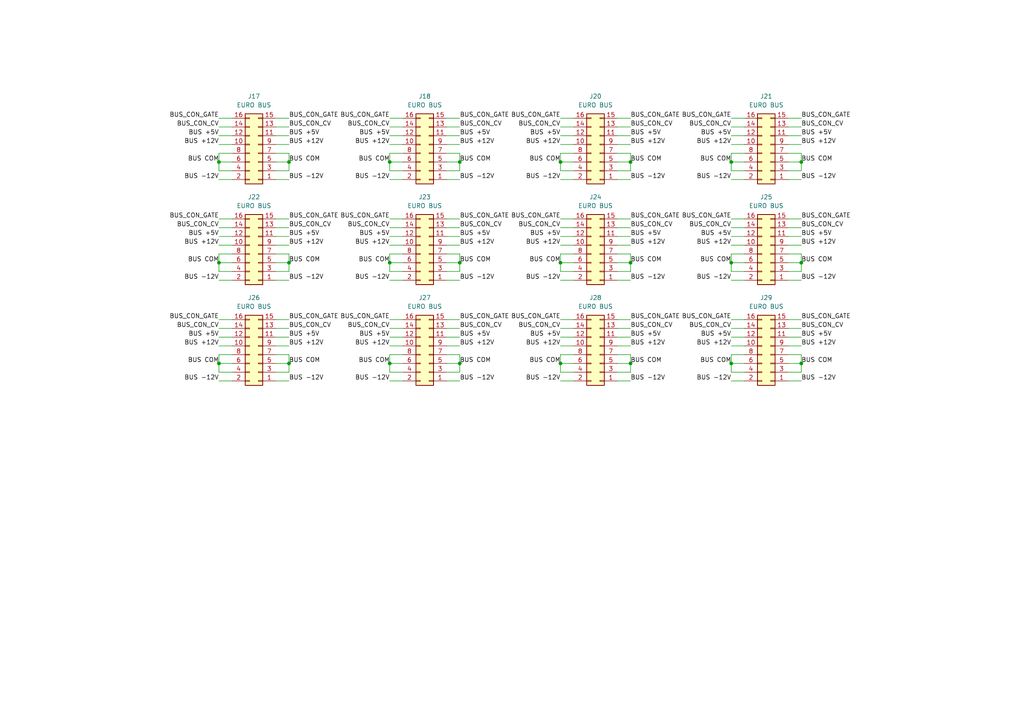
<source format=kicad_sch>
(kicad_sch (version 20231120) (generator "eeschema") (generator_version "8.0")
  (paper "A4")
  (title_block (title "Audio Thing Template") (rev "1.0") (company "velvia-fifty") (comment 1 "https://github.com/velvia-fifty/AudioThings") (comment 2 "You should have changed this already :)") (comment 4 "Stay humble"))
  (lib_symbols
    (symbol "Connector_Generic:Conn_02x08_Odd_Even" (pin_names (offset 1.016) hide)
      (property "Reference" "J" (at 1.27 10.16 0))
      (property "Value" "Conn_02x08_Odd_Even" (at 1.27 -12.7 0))
      (symbol "Conn_02x08_Odd_Even_1_1"
        (rectangle (start -1.27 -10.033) (end 0 -10.287) (stroke (width 0.1524)))
        (rectangle (start -1.27 -7.493) (end 0 -7.747) (stroke (width 0.1524)))
        (rectangle (start -1.27 -4.953) (end 0 -5.207) (stroke (width 0.1524)))
        (rectangle (start -1.27 -2.413) (end 0 -2.667) (stroke (width 0.1524)))
        (rectangle (start -1.27 0.127) (end 0 -0.127) (stroke (width 0.1524)))
        (rectangle (start -1.27 2.667) (end 0 2.413) (stroke (width 0.1524)))
        (rectangle (start -1.27 5.207) (end 0 4.953) (stroke (width 0.1524)))
        (rectangle (start -1.27 7.747) (end 0 7.493) (stroke (width 0.1524)))
        (rectangle (start -1.27 8.89) (end 3.81 -11.43) (stroke (width 0.254)) (fill (type background)))
        (rectangle (start 3.81 -10.033) (end 2.54 -10.287) (stroke (width 0.1524)))
        (rectangle (start 3.81 -7.493) (end 2.54 -7.747) (stroke (width 0.1524)))
        (rectangle (start 3.81 -4.953) (end 2.54 -5.207) (stroke (width 0.1524)))
        (rectangle (start 3.81 -2.413) (end 2.54 -2.667) (stroke (width 0.1524)))
        (rectangle (start 3.81 0.127) (end 2.54 -0.127) (stroke (width 0.1524)))
        (rectangle (start 3.81 2.667) (end 2.54 2.413) (stroke (width 0.1524)))
        (rectangle (start 3.81 5.207) (end 2.54 4.953) (stroke (width 0.1524)))
        (rectangle (start 3.81 7.747) (end 2.54 7.493) (stroke (width 0.1524)))
        (pin passive line (at -5.08 7.62 0) (length 3.81) (name "Pin_1") (number "1"))
        (pin passive line (at 7.62 -2.54 180) (length 3.81) (name "Pin_10") (number "10"))
        (pin passive line (at -5.08 -5.08 0) (length 3.81) (name "Pin_11") (number "11"))
        (pin passive line (at 7.62 -5.08 180) (length 3.81) (name "Pin_12") (number "12"))
        (pin passive line (at -5.08 -7.62 0) (length 3.81) (name "Pin_13") (number "13"))
        (pin passive line (at 7.62 -7.62 180) (length 3.81) (name "Pin_14") (number "14"))
        (pin passive line (at -5.08 -10.16 0) (length 3.81) (name "Pin_15") (number "15"))
        (pin passive line (at 7.62 -10.16 180) (length 3.81) (name "Pin_16") (number "16"))
        (pin passive line (at 7.62 7.62 180) (length 3.81) (name "Pin_2") (number "2"))
        (pin passive line (at -5.08 5.08 0) (length 3.81) (name "Pin_3") (number "3"))
        (pin passive line (at 7.62 5.08 180) (length 3.81) (name "Pin_4") (number "4"))
        (pin passive line (at -5.08 2.54 0) (length 3.81) (name "Pin_5") (number "5"))
        (pin passive line (at 7.62 2.54 180) (length 3.81) (name "Pin_6") (number "6"))
        (pin passive line (at -5.08 0 0) (length 3.81) (name "Pin_7") (number "7"))
        (pin passive line (at 7.62 0 180) (length 3.81) (name "Pin_8") (number "8"))
        (pin passive line (at -5.08 -2.54 0) (length 3.81) (name "Pin_9") (number "9"))
      )
    )
  )
  (junction (at 83.82 105.41))
  (junction (at 182.88 105.41))
  (junction (at 182.88 46.99))
  (junction (at 162.56 105.41))
  (junction (at 232.41 105.41))
  (junction (at 83.82 46.99))
  (junction (at 182.88 76.2))
  (junction (at 63.5 76.2))
  (junction (at 133.35 76.2))
  (junction (at 232.41 76.2))
  (junction (at 113.03 105.41))
  (junction (at 83.82 76.2))
  (junction (at 133.35 46.99))
  (junction (at 133.35 105.41))
  (junction (at 113.03 76.2))
  (junction (at 212.09 76.2))
  (junction (at 232.41 46.99))
  (junction (at 162.56 46.99))
  (junction (at 162.56 76.2))
  (junction (at 113.03 46.99))
  (junction (at 212.09 46.99))
  (junction (at 63.5 105.41))
  (junction (at 212.09 105.41))
  (junction (at 63.5 46.99))
  (wire (pts (xy 182.88 92.71) (xy 179.07 92.71)))
  (wire (pts (xy 63.5 110.49) (xy 67.31 110.49)))
  (wire (pts (xy 83.82 102.87) (xy 83.82 105.41)))
  (wire (pts (xy 232.41 34.29) (xy 228.6 34.29)))
  (wire (pts (xy 63.5 73.66) (xy 63.5 76.2)))
  (wire (pts (xy 162.56 36.83) (xy 166.37 36.83)))
  (wire (pts (xy 162.56 71.12) (xy 166.37 71.12)))
  (wire (pts (xy 63.5 95.25) (xy 67.31 95.25)))
  (wire (pts (xy 162.56 39.37) (xy 166.37 39.37)))
  (wire (pts (xy 113.03 71.12) (xy 116.84 71.12)))
  (wire (pts (xy 232.41 102.87) (xy 232.41 105.41)))
  (wire (pts (xy 232.41 46.99) (xy 232.41 49.53)))
  (wire (pts (xy 83.82 66.04) (xy 80.01 66.04)))
  (wire (pts (xy 162.56 44.45) (xy 166.37 44.45)))
  (wire (pts (xy 63.5 44.45) (xy 67.31 44.45)))
  (wire (pts (xy 212.09 71.12) (xy 215.9 71.12)))
  (wire (pts (xy 232.41 92.71) (xy 228.6 92.71)))
  (wire (pts (xy 182.88 95.25) (xy 179.07 95.25)))
  (wire (pts (xy 182.88 63.5) (xy 179.07 63.5)))
  (wire (pts (xy 182.88 105.41) (xy 179.07 105.41)))
  (wire (pts (xy 133.35 46.99) (xy 129.54 46.99)))
  (wire (pts (xy 63.5 49.53) (xy 67.31 49.53)))
  (wire (pts (xy 113.03 110.49) (xy 116.84 110.49)))
  (wire (pts (xy 212.09 46.99) (xy 215.9 46.99)))
  (wire (pts (xy 232.41 76.2) (xy 232.41 78.74)))
  (wire (pts (xy 63.5 78.74) (xy 67.31 78.74)))
  (wire (pts (xy 83.82 63.5) (xy 80.01 63.5)))
  (wire (pts (xy 133.35 110.49) (xy 129.54 110.49)))
  (wire (pts (xy 133.35 44.45) (xy 133.35 46.99)))
  (wire (pts (xy 182.88 107.95) (xy 179.07 107.95)))
  (wire (pts (xy 63.5 39.37) (xy 67.31 39.37)))
  (wire (pts (xy 232.41 52.07) (xy 228.6 52.07)))
  (wire (pts (xy 83.82 76.2) (xy 83.82 78.74)))
  (wire (pts (xy 212.09 44.45) (xy 212.09 46.99)))
  (wire (pts (xy 232.41 36.83) (xy 228.6 36.83)))
  (wire (pts (xy 83.82 71.12) (xy 80.01 71.12)))
  (wire (pts (xy 182.88 68.58) (xy 179.07 68.58)))
  (wire (pts (xy 63.5 63.5) (xy 67.31 63.5)))
  (wire (pts (xy 113.03 76.2) (xy 116.84 76.2)))
  (wire (pts (xy 232.41 81.28) (xy 228.6 81.28)))
  (wire (pts (xy 182.88 44.45) (xy 179.07 44.45)))
  (wire (pts (xy 63.5 66.04) (xy 67.31 66.04)))
  (wire (pts (xy 162.56 92.71) (xy 166.37 92.71)))
  (wire (pts (xy 83.82 44.45) (xy 83.82 46.99)))
  (wire (pts (xy 182.88 39.37) (xy 179.07 39.37)))
  (wire (pts (xy 133.35 102.87) (xy 129.54 102.87)))
  (wire (pts (xy 212.09 44.45) (xy 215.9 44.45)))
  (wire (pts (xy 232.41 73.66) (xy 228.6 73.66)))
  (wire (pts (xy 162.56 46.99) (xy 162.56 49.53)))
  (wire (pts (xy 113.03 81.28) (xy 116.84 81.28)))
  (wire (pts (xy 133.35 100.33) (xy 129.54 100.33)))
  (wire (pts (xy 232.41 107.95) (xy 228.6 107.95)))
  (wire (pts (xy 133.35 49.53) (xy 129.54 49.53)))
  (wire (pts (xy 133.35 44.45) (xy 129.54 44.45)))
  (wire (pts (xy 212.09 95.25) (xy 215.9 95.25)))
  (wire (pts (xy 212.09 73.66) (xy 215.9 73.66)))
  (wire (pts (xy 133.35 52.07) (xy 129.54 52.07)))
  (wire (pts (xy 83.82 73.66) (xy 83.82 76.2)))
  (wire (pts (xy 113.03 46.99) (xy 113.03 49.53)))
  (wire (pts (xy 162.56 105.41) (xy 162.56 107.95)))
  (wire (pts (xy 212.09 92.71) (xy 215.9 92.71)))
  (wire (pts (xy 63.5 97.79) (xy 67.31 97.79)))
  (wire (pts (xy 212.09 36.83) (xy 215.9 36.83)))
  (wire (pts (xy 162.56 44.45) (xy 162.56 46.99)))
  (wire (pts (xy 182.88 102.87) (xy 179.07 102.87)))
  (wire (pts (xy 182.88 110.49) (xy 179.07 110.49)))
  (wire (pts (xy 83.82 102.87) (xy 80.01 102.87)))
  (wire (pts (xy 182.88 34.29) (xy 179.07 34.29)))
  (wire (pts (xy 232.41 66.04) (xy 228.6 66.04)))
  (wire (pts (xy 133.35 78.74) (xy 129.54 78.74)))
  (wire (pts (xy 162.56 41.91) (xy 166.37 41.91)))
  (wire (pts (xy 232.41 44.45) (xy 232.41 46.99)))
  (wire (pts (xy 212.09 110.49) (xy 215.9 110.49)))
  (wire (pts (xy 212.09 39.37) (xy 215.9 39.37)))
  (wire (pts (xy 113.03 73.66) (xy 113.03 76.2)))
  (wire (pts (xy 182.88 78.74) (xy 179.07 78.74)))
  (wire (pts (xy 182.88 49.53) (xy 179.07 49.53)))
  (wire (pts (xy 113.03 39.37) (xy 116.84 39.37)))
  (wire (pts (xy 133.35 36.83) (xy 129.54 36.83)))
  (wire (pts (xy 83.82 36.83) (xy 80.01 36.83)))
  (wire (pts (xy 113.03 73.66) (xy 116.84 73.66)))
  (wire (pts (xy 212.09 107.95) (xy 215.9 107.95)))
  (wire (pts (xy 113.03 36.83) (xy 116.84 36.83)))
  (wire (pts (xy 162.56 110.49) (xy 166.37 110.49)))
  (wire (pts (xy 212.09 34.29) (xy 215.9 34.29)))
  (wire (pts (xy 63.5 92.71) (xy 67.31 92.71)))
  (wire (pts (xy 232.41 63.5) (xy 228.6 63.5)))
  (wire (pts (xy 162.56 95.25) (xy 166.37 95.25)))
  (wire (pts (xy 182.88 73.66) (xy 179.07 73.66)))
  (wire (pts (xy 113.03 46.99) (xy 116.84 46.99)))
  (wire (pts (xy 162.56 68.58) (xy 166.37 68.58)))
  (wire (pts (xy 212.09 76.2) (xy 215.9 76.2)))
  (wire (pts (xy 182.88 97.79) (xy 179.07 97.79)))
  (wire (pts (xy 212.09 81.28) (xy 215.9 81.28)))
  (wire (pts (xy 162.56 49.53) (xy 166.37 49.53)))
  (wire (pts (xy 212.09 73.66) (xy 212.09 76.2)))
  (wire (pts (xy 63.5 105.41) (xy 63.5 107.95)))
  (wire (pts (xy 182.88 76.2) (xy 179.07 76.2)))
  (wire (pts (xy 63.5 44.45) (xy 63.5 46.99)))
  (wire (pts (xy 133.35 46.99) (xy 133.35 49.53)))
  (wire (pts (xy 83.82 105.41) (xy 80.01 105.41)))
  (wire (pts (xy 133.35 34.29) (xy 129.54 34.29)))
  (wire (pts (xy 182.88 41.91) (xy 179.07 41.91)))
  (wire (pts (xy 113.03 34.29) (xy 116.84 34.29)))
  (wire (pts (xy 63.5 100.33) (xy 67.31 100.33)))
  (wire (pts (xy 63.5 102.87) (xy 63.5 105.41)))
  (wire (pts (xy 212.09 49.53) (xy 215.9 49.53)))
  (wire (pts (xy 113.03 105.41) (xy 113.03 107.95)))
  (wire (pts (xy 83.82 46.99) (xy 83.82 49.53)))
  (wire (pts (xy 133.35 39.37) (xy 129.54 39.37)))
  (wire (pts (xy 113.03 44.45) (xy 116.84 44.45)))
  (wire (pts (xy 83.82 95.25) (xy 80.01 95.25)))
  (wire (pts (xy 113.03 76.2) (xy 113.03 78.74)))
  (wire (pts (xy 162.56 76.2) (xy 162.56 78.74)))
  (wire (pts (xy 113.03 105.41) (xy 116.84 105.41)))
  (wire (pts (xy 83.82 52.07) (xy 80.01 52.07)))
  (wire (pts (xy 232.41 78.74) (xy 228.6 78.74)))
  (wire (pts (xy 83.82 105.41) (xy 83.82 107.95)))
  (wire (pts (xy 113.03 63.5) (xy 116.84 63.5)))
  (wire (pts (xy 113.03 92.71) (xy 116.84 92.71)))
  (wire (pts (xy 63.5 34.29) (xy 67.31 34.29)))
  (wire (pts (xy 212.09 105.41) (xy 212.09 107.95)))
  (wire (pts (xy 182.88 44.45) (xy 182.88 46.99)))
  (wire (pts (xy 162.56 76.2) (xy 166.37 76.2)))
  (wire (pts (xy 232.41 41.91) (xy 228.6 41.91)))
  (wire (pts (xy 63.5 46.99) (xy 67.31 46.99)))
  (wire (pts (xy 83.82 76.2) (xy 80.01 76.2)))
  (wire (pts (xy 162.56 52.07) (xy 166.37 52.07)))
  (wire (pts (xy 133.35 63.5) (xy 129.54 63.5)))
  (wire (pts (xy 113.03 68.58) (xy 116.84 68.58)))
  (wire (pts (xy 232.41 71.12) (xy 228.6 71.12)))
  (wire (pts (xy 83.82 81.28) (xy 80.01 81.28)))
  (wire (pts (xy 212.09 78.74) (xy 215.9 78.74)))
  (wire (pts (xy 133.35 41.91) (xy 129.54 41.91)))
  (wire (pts (xy 63.5 107.95) (xy 67.31 107.95)))
  (wire (pts (xy 212.09 52.07) (xy 215.9 52.07)))
  (wire (pts (xy 113.03 49.53) (xy 116.84 49.53)))
  (wire (pts (xy 113.03 97.79) (xy 116.84 97.79)))
  (wire (pts (xy 83.82 110.49) (xy 80.01 110.49)))
  (wire (pts (xy 63.5 73.66) (xy 67.31 73.66)))
  (wire (pts (xy 113.03 102.87) (xy 116.84 102.87)))
  (wire (pts (xy 212.09 46.99) (xy 212.09 49.53)))
  (wire (pts (xy 232.41 68.58) (xy 228.6 68.58)))
  (wire (pts (xy 133.35 105.41) (xy 129.54 105.41)))
  (wire (pts (xy 63.5 52.07) (xy 67.31 52.07)))
  (wire (pts (xy 133.35 68.58) (xy 129.54 68.58)))
  (wire (pts (xy 162.56 105.41) (xy 166.37 105.41)))
  (wire (pts (xy 113.03 107.95) (xy 116.84 107.95)))
  (wire (pts (xy 63.5 105.41) (xy 67.31 105.41)))
  (wire (pts (xy 162.56 46.99) (xy 166.37 46.99)))
  (wire (pts (xy 232.41 39.37) (xy 228.6 39.37)))
  (wire (pts (xy 113.03 66.04) (xy 116.84 66.04)))
  (wire (pts (xy 182.88 105.41) (xy 182.88 107.95)))
  (wire (pts (xy 63.5 76.2) (xy 67.31 76.2)))
  (wire (pts (xy 162.56 107.95) (xy 166.37 107.95)))
  (wire (pts (xy 83.82 73.66) (xy 80.01 73.66)))
  (wire (pts (xy 63.5 81.28) (xy 67.31 81.28)))
  (wire (pts (xy 83.82 107.95) (xy 80.01 107.95)))
  (wire (pts (xy 232.41 100.33) (xy 228.6 100.33)))
  (wire (pts (xy 133.35 71.12) (xy 129.54 71.12)))
  (wire (pts (xy 113.03 44.45) (xy 113.03 46.99)))
  (wire (pts (xy 63.5 36.83) (xy 67.31 36.83)))
  (wire (pts (xy 63.5 71.12) (xy 67.31 71.12)))
  (wire (pts (xy 113.03 78.74) (xy 116.84 78.74)))
  (wire (pts (xy 232.41 73.66) (xy 232.41 76.2)))
  (wire (pts (xy 212.09 105.41) (xy 215.9 105.41)))
  (wire (pts (xy 133.35 73.66) (xy 133.35 76.2)))
  (wire (pts (xy 162.56 102.87) (xy 166.37 102.87)))
  (wire (pts (xy 182.88 52.07) (xy 179.07 52.07)))
  (wire (pts (xy 133.35 73.66) (xy 129.54 73.66)))
  (wire (pts (xy 232.41 46.99) (xy 228.6 46.99)))
  (wire (pts (xy 212.09 102.87) (xy 212.09 105.41)))
  (wire (pts (xy 133.35 97.79) (xy 129.54 97.79)))
  (wire (pts (xy 182.88 100.33) (xy 179.07 100.33)))
  (wire (pts (xy 133.35 76.2) (xy 133.35 78.74)))
  (wire (pts (xy 182.88 102.87) (xy 182.88 105.41)))
  (wire (pts (xy 182.88 71.12) (xy 179.07 71.12)))
  (wire (pts (xy 63.5 46.99) (xy 63.5 49.53)))
  (wire (pts (xy 232.41 102.87) (xy 228.6 102.87)))
  (wire (pts (xy 212.09 66.04) (xy 215.9 66.04)))
  (wire (pts (xy 162.56 66.04) (xy 166.37 66.04)))
  (wire (pts (xy 162.56 102.87) (xy 162.56 105.41)))
  (wire (pts (xy 182.88 36.83) (xy 179.07 36.83)))
  (wire (pts (xy 83.82 46.99) (xy 80.01 46.99)))
  (wire (pts (xy 133.35 92.71) (xy 129.54 92.71)))
  (wire (pts (xy 133.35 81.28) (xy 129.54 81.28)))
  (wire (pts (xy 133.35 76.2) (xy 129.54 76.2)))
  (wire (pts (xy 83.82 92.71) (xy 80.01 92.71)))
  (wire (pts (xy 83.82 39.37) (xy 80.01 39.37)))
  (wire (pts (xy 232.41 76.2) (xy 228.6 76.2)))
  (wire (pts (xy 212.09 63.5) (xy 215.9 63.5)))
  (wire (pts (xy 133.35 107.95) (xy 129.54 107.95)))
  (wire (pts (xy 133.35 95.25) (xy 129.54 95.25)))
  (wire (pts (xy 212.09 68.58) (xy 215.9 68.58)))
  (wire (pts (xy 212.09 100.33) (xy 215.9 100.33)))
  (wire (pts (xy 232.41 105.41) (xy 232.41 107.95)))
  (wire (pts (xy 212.09 97.79) (xy 215.9 97.79)))
  (wire (pts (xy 63.5 102.87) (xy 67.31 102.87)))
  (wire (pts (xy 63.5 76.2) (xy 63.5 78.74)))
  (wire (pts (xy 162.56 63.5) (xy 166.37 63.5)))
  (wire (pts (xy 83.82 34.29) (xy 80.01 34.29)))
  (wire (pts (xy 113.03 102.87) (xy 113.03 105.41)))
  (wire (pts (xy 232.41 110.49) (xy 228.6 110.49)))
  (wire (pts (xy 182.88 46.99) (xy 179.07 46.99)))
  (wire (pts (xy 232.41 105.41) (xy 228.6 105.41)))
  (wire (pts (xy 133.35 66.04) (xy 129.54 66.04)))
  (wire (pts (xy 113.03 100.33) (xy 116.84 100.33)))
  (wire (pts (xy 83.82 41.91) (xy 80.01 41.91)))
  (wire (pts (xy 83.82 100.33) (xy 80.01 100.33)))
  (wire (pts (xy 182.88 81.28) (xy 179.07 81.28)))
  (wire (pts (xy 63.5 68.58) (xy 67.31 68.58)))
  (wire (pts (xy 232.41 95.25) (xy 228.6 95.25)))
  (wire (pts (xy 83.82 68.58) (xy 80.01 68.58)))
  (wire (pts (xy 113.03 52.07) (xy 116.84 52.07)))
  (wire (pts (xy 212.09 41.91) (xy 215.9 41.91)))
  (wire (pts (xy 162.56 78.74) (xy 166.37 78.74)))
  (wire (pts (xy 162.56 97.79) (xy 166.37 97.79)))
  (wire (pts (xy 83.82 97.79) (xy 80.01 97.79)))
  (wire (pts (xy 83.82 44.45) (xy 80.01 44.45)))
  (wire (pts (xy 113.03 41.91) (xy 116.84 41.91)))
  (wire (pts (xy 162.56 81.28) (xy 166.37 81.28)))
  (wire (pts (xy 162.56 34.29) (xy 166.37 34.29)))
  (wire (pts (xy 212.09 102.87) (xy 215.9 102.87)))
  (wire (pts (xy 162.56 73.66) (xy 166.37 73.66)))
  (wire (pts (xy 83.82 78.74) (xy 80.01 78.74)))
  (wire (pts (xy 162.56 100.33) (xy 166.37 100.33)))
  (wire (pts (xy 232.41 44.45) (xy 228.6 44.45)))
  (wire (pts (xy 212.09 76.2) (xy 212.09 78.74)))
  (wire (pts (xy 232.41 49.53) (xy 228.6 49.53)))
  (wire (pts (xy 182.88 76.2) (xy 182.88 78.74)))
  (wire (pts (xy 133.35 105.41) (xy 133.35 107.95)))
  (wire (pts (xy 182.88 46.99) (xy 182.88 49.53)))
  (wire (pts (xy 182.88 73.66) (xy 182.88 76.2)))
  (wire (pts (xy 182.88 66.04) (xy 179.07 66.04)))
  (wire (pts (xy 113.03 95.25) (xy 116.84 95.25)))
  (wire (pts (xy 63.5 41.91) (xy 67.31 41.91)))
  (wire (pts (xy 162.56 73.66) (xy 162.56 76.2)))
  (wire (pts (xy 133.35 102.87) (xy 133.35 105.41)))
  (wire (pts (xy 83.82 49.53) (xy 80.01 49.53)))
  (wire (pts (xy 232.41 97.79) (xy 228.6 97.79)))
  (label "BUS +5V" (at 133.35 39.37 0))
  (label "BUS COM" (at 212.09 76.2 180))
  (label "BUS_CON_GATE" (at 232.41 63.5 0))
  (label "BUS -12V" (at 182.88 81.28 0))
  (label "BUS COM" (at 182.88 46.99 0))
  (label "BUS +12V" (at 133.35 100.33 0))
  (label "BUS +12V" (at 212.09 41.91 180))
  (label "BUS_CON_CV" (at 162.56 36.83 180))
  (label "BUS -12V" (at 83.82 110.49 0))
  (label "BUS +12V" (at 83.82 41.91 0))
  (label "BUS COM" (at 133.35 76.2 0))
  (label "BUS COM" (at 133.35 46.99 0))
  (label "BUS +12V" (at 113.03 100.33 180))
  (label "BUS -12V" (at 113.03 110.49 180))
  (label "BUS_CON_CV" (at 232.41 95.25 0))
  (label "BUS +5V" (at 212.09 68.58 180))
  (label "BUS +5V" (at 162.56 68.58 180))
  (label "BUS COM" (at 133.35 105.41 0))
  (label "BUS +12V" (at 113.03 71.12 180))
  (label "BUS_CON_CV" (at 133.35 95.25 0))
  (label "BUS_CON_GATE" (at 212.09 92.71 180))
  (label "BUS -12V" (at 212.09 52.07 180))
  (label "BUS_CON_GATE" (at 232.41 34.29 0))
  (label "BUS_CON_GATE" (at 162.56 63.5 180))
  (label "BUS_CON_CV" (at 63.5 95.25 180))
  (label "BUS_CON_CV" (at 182.88 95.25 0))
  (label "BUS +12V" (at 113.03 41.91 180))
  (label "BUS_CON_CV" (at 113.03 36.83 180))
  (label "BUS +12V" (at 182.88 100.33 0))
  (label "BUS -12V" (at 232.41 110.49 0))
  (label "BUS +5V" (at 182.88 97.79 0))
  (label "BUS_CON_GATE" (at 162.56 34.29 180))
  (label "BUS_CON_GATE" (at 133.35 34.29 0))
  (label "BUS_CON_CV" (at 83.82 95.25 0))
  (label "BUS -12V" (at 83.82 52.07 0))
  (label "BUS +5V" (at 63.5 39.37 180))
  (label "BUS -12V" (at 162.56 52.07 180))
  (label "BUS +5V" (at 182.88 39.37 0))
  (label "BUS -12V" (at 63.5 52.07 180))
  (label "BUS +12V" (at 63.5 100.33 180))
  (label "BUS_CON_CV" (at 63.5 66.04 180))
  (label "BUS +12V" (at 133.35 41.91 0))
  (label "BUS_CON_GATE" (at 182.88 92.71 0))
  (label "BUS -12V" (at 113.03 81.28 180))
  (label "BUS COM" (at 113.03 76.2 180))
  (label "BUS +5V" (at 232.41 39.37 0))
  (label "BUS COM" (at 232.41 46.99 0))
  (label "BUS_CON_GATE" (at 83.82 92.71 0))
  (label "BUS_CON_GATE" (at 212.09 34.29 180))
  (label "BUS_CON_CV" (at 162.56 66.04 180))
  (label "BUS COM" (at 113.03 105.41 180))
  (label "BUS -12V" (at 232.41 52.07 0))
  (label "BUS_CON_GATE" (at 133.35 63.5 0))
  (label "BUS_CON_GATE" (at 63.5 34.29 180))
  (label "BUS COM" (at 232.41 76.2 0))
  (label "BUS COM" (at 212.09 46.99 180))
  (label "BUS +12V" (at 162.56 71.12 180))
  (label "BUS +5V" (at 212.09 97.79 180))
  (label "BUS COM" (at 182.88 105.41 0))
  (label "BUS +12V" (at 83.82 71.12 0))
  (label "BUS_CON_CV" (at 63.5 36.83 180))
  (label "BUS -12V" (at 113.03 52.07 180))
  (label "BUS +12V" (at 232.41 41.91 0))
  (label "BUS +5V" (at 232.41 68.58 0))
  (label "BUS_CON_CV" (at 83.82 66.04 0))
  (label "BUS_CON_GATE" (at 63.5 92.71 180))
  (label "BUS_CON_GATE" (at 182.88 63.5 0))
  (label "BUS COM" (at 162.56 105.41 180))
  (label "BUS +5V" (at 162.56 97.79 180))
  (label "BUS_CON_CV" (at 212.09 66.04 180))
  (label "BUS_CON_CV" (at 133.35 36.83 0))
  (label "BUS -12V" (at 232.41 81.28 0))
  (label "BUS +5V" (at 162.56 39.37 180))
  (label "BUS +12V" (at 212.09 71.12 180))
  (label "BUS_CON_GATE" (at 133.35 92.71 0))
  (label "BUS COM" (at 83.82 76.2 0))
  (label "BUS +12V" (at 63.5 71.12 180))
  (label "BUS +5V" (at 83.82 39.37 0))
  (label "BUS +5V" (at 113.03 97.79 180))
  (label "BUS +12V" (at 182.88 41.91 0))
  (label "BUS +12V" (at 63.5 41.91 180))
  (label "BUS -12V" (at 212.09 110.49 180))
  (label "BUS +12V" (at 232.41 71.12 0))
  (label "BUS -12V" (at 63.5 110.49 180))
  (label "BUS_CON_GATE" (at 83.82 63.5 0))
  (label "BUS_CON_GATE" (at 182.88 34.29 0))
  (label "BUS +5V" (at 83.82 97.79 0))
  (label "BUS +12V" (at 232.41 100.33 0))
  (label "BUS +5V" (at 133.35 68.58 0))
  (label "BUS +5V" (at 83.82 68.58 0))
  (label "BUS COM" (at 83.82 46.99 0))
  (label "BUS COM" (at 232.41 105.41 0))
  (label "BUS +12V" (at 162.56 41.91 180))
  (label "BUS +12V" (at 133.35 71.12 0))
  (label "BUS +5V" (at 113.03 39.37 180))
  (label "BUS +5V" (at 133.35 97.79 0))
  (label "BUS COM" (at 212.09 105.41 180))
  (label "BUS_CON_CV" (at 232.41 66.04 0))
  (label "BUS -12V" (at 63.5 81.28 180))
  (label "BUS +5V" (at 182.88 68.58 0))
  (label "BUS_CON_GATE" (at 113.03 63.5 180))
  (label "BUS_CON_CV" (at 182.88 66.04 0))
  (label "BUS -12V" (at 133.35 81.28 0))
  (label "BUS_CON_CV" (at 83.82 36.83 0))
  (label "BUS +5V" (at 113.03 68.58 180))
  (label "BUS COM" (at 113.03 46.99 180))
  (label "BUS_CON_GATE" (at 162.56 92.71 180))
  (label "BUS_CON_GATE" (at 113.03 92.71 180))
  (label "BUS +5V" (at 232.41 97.79 0))
  (label "BUS_CON_CV" (at 212.09 95.25 180))
  (label "BUS_CON_CV" (at 232.41 36.83 0))
  (label "BUS COM" (at 63.5 76.2 180))
  (label "BUS COM" (at 83.82 105.41 0))
  (label "BUS -12V" (at 212.09 81.28 180))
  (label "BUS COM" (at 63.5 46.99 180))
  (label "BUS_CON_CV" (at 113.03 95.25 180))
  (label "BUS_CON_CV" (at 133.35 66.04 0))
  (label "BUS_CON_GATE" (at 83.82 34.29 0))
  (label "BUS +5V" (at 212.09 39.37 180))
  (label "BUS -12V" (at 162.56 81.28 180))
  (label "BUS +12V" (at 83.82 100.33 0))
  (label "BUS -12V" (at 182.88 110.49 0))
  (label "BUS +12V" (at 162.56 100.33 180))
  (label "BUS_CON_CV" (at 162.56 95.25 180))
  (label "BUS -12V" (at 182.88 52.07 0))
  (label "BUS COM" (at 162.56 46.99 180))
  (label "BUS +5V" (at 63.5 68.58 180))
  (label "BUS COM" (at 63.5 105.41 180))
  (label "BUS -12V" (at 133.35 110.49 0))
  (label "BUS -12V" (at 162.56 110.49 180))
  (label "BUS -12V" (at 133.35 52.07 0))
  (label "BUS_CON_GATE" (at 212.09 63.5 180))
  (label "BUS +12V" (at 182.88 71.12 0))
  (label "BUS_CON_GATE" (at 113.03 34.29 180))
  (label "BUS COM" (at 162.56 76.2 180))
  (label "BUS_CON_CV" (at 212.09 36.83 180))
  (label "BUS -12V" (at 83.82 81.28 0))
  (label "BUS +12V" (at 212.09 100.33 180))
  (label "BUS COM" (at 182.88 76.2 0))
  (label "BUS_CON_CV" (at 113.03 66.04 180))
  (label "BUS_CON_GATE" (at 63.5 63.5 180))
  (label "BUS_CON_CV" (at 182.88 36.83 0))
  (label "BUS +5V" (at 63.5 97.79 180))
  (label "BUS_CON_GATE" (at 232.41 92.71 0))
  (symbol (lib_id "Connector_Generic:Conn_02x08_Odd_Even") (at 74.93 44.45 180) (unit 1)
    (property "Reference" "J17" (at 73.66 27.94 0))
    (property "Value" "EURO BUS" (at 73.66 30.48 0))
    (property "Footprint" "AT-Footprints:PinHeader_2x08_P2.54mm_Vertical_SHROUDED" (effects (hide yes)))
    (property "Description" "Generic connector, double row, 02x08, odd/even pin numbering scheme (row 1 odd numbers, row 2 even numbers), script generated (kicad-library-utils/schlib/autogen/connector/)" (effects (hide yes)))
  )
  (symbol (lib_id "Connector_Generic:Conn_02x08_Odd_Even") (at 223.52 73.66 180) (unit 1)
    (property "Reference" "J25" (at 222.25 57.15 0))
    (property "Value" "EURO BUS" (at 222.25 59.69 0))
    (property "Footprint" "AT-Footprints:PinHeader_2x08_P2.54mm_Vertical_SHROUDED" (effects (hide yes)))
    (property "Description" "Generic connector, double row, 02x08, odd/even pin numbering scheme (row 1 odd numbers, row 2 even numbers), script generated (kicad-library-utils/schlib/autogen/connector/)" (effects (hide yes)))
  )
  (symbol (lib_id "Connector_Generic:Conn_02x08_Odd_Even") (at 223.52 102.87 180) (unit 1)
    (property "Reference" "J29" (at 222.25 86.36 0))
    (property "Value" "EURO BUS" (at 222.25 88.9 0))
    (property "Footprint" "AT-Footprints:PinHeader_2x08_P2.54mm_Vertical_SHROUDED" (effects (hide yes)))
    (property "Description" "Generic connector, double row, 02x08, odd/even pin numbering scheme (row 1 odd numbers, row 2 even numbers), script generated (kicad-library-utils/schlib/autogen/connector/)" (effects (hide yes)))
  )
  (symbol (lib_id "Connector_Generic:Conn_02x08_Odd_Even") (at 223.52 44.45 180) (unit 1)
    (property "Reference" "J21" (at 222.25 27.94 0))
    (property "Value" "EURO BUS" (at 222.25 30.48 0))
    (property "Footprint" "AT-Footprints:PinHeader_2x08_P2.54mm_Vertical_SHROUDED" (effects (hide yes)))
    (property "Description" "Generic connector, double row, 02x08, odd/even pin numbering scheme (row 1 odd numbers, row 2 even numbers), script generated (kicad-library-utils/schlib/autogen/connector/)" (effects (hide yes)))
  )
  (symbol (lib_id "Connector_Generic:Conn_02x08_Odd_Even") (at 74.93 73.66 180) (unit 1)
    (property "Reference" "J22" (at 73.66 57.15 0))
    (property "Value" "EURO BUS" (at 73.66 59.69 0))
    (property "Footprint" "AT-Footprints:PinHeader_2x08_P2.54mm_Vertical_SHROUDED" (effects (hide yes)))
    (property "Description" "Generic connector, double row, 02x08, odd/even pin numbering scheme (row 1 odd numbers, row 2 even numbers), script generated (kicad-library-utils/schlib/autogen/connector/)" (effects (hide yes)))
  )
  (symbol (lib_id "Connector_Generic:Conn_02x08_Odd_Even") (at 124.46 44.45 180) (unit 1)
    (property "Reference" "J18" (at 123.19 27.94 0))
    (property "Value" "EURO BUS" (at 123.19 30.48 0))
    (property "Footprint" "AT-Footprints:PinHeader_2x08_P2.54mm_Vertical_SHROUDED" (effects (hide yes)))
    (property "Description" "Generic connector, double row, 02x08, odd/even pin numbering scheme (row 1 odd numbers, row 2 even numbers), script generated (kicad-library-utils/schlib/autogen/connector/)" (effects (hide yes)))
  )
  (symbol (lib_id "Connector_Generic:Conn_02x08_Odd_Even") (at 173.99 102.87 180) (unit 1)
    (property "Reference" "J28" (at 172.72 86.36 0))
    (property "Value" "EURO BUS" (at 172.72 88.9 0))
    (property "Footprint" "AT-Footprints:PinHeader_2x08_P2.54mm_Vertical_SHROUDED" (effects (hide yes)))
    (property "Description" "Generic connector, double row, 02x08, odd/even pin numbering scheme (row 1 odd numbers, row 2 even numbers), script generated (kicad-library-utils/schlib/autogen/connector/)" (effects (hide yes)))
  )
  (symbol (lib_id "Connector_Generic:Conn_02x08_Odd_Even") (at 124.46 102.87 180) (unit 1)
    (property "Reference" "J27" (at 123.19 86.36 0))
    (property "Value" "EURO BUS" (at 123.19 88.9 0))
    (property "Footprint" "AT-Footprints:PinHeader_2x08_P2.54mm_Vertical_SHROUDED" (effects (hide yes)))
    (property "Description" "Generic connector, double row, 02x08, odd/even pin numbering scheme (row 1 odd numbers, row 2 even numbers), script generated (kicad-library-utils/schlib/autogen/connector/)" (effects (hide yes)))
  )
  (symbol (lib_id "Connector_Generic:Conn_02x08_Odd_Even") (at 173.99 44.45 180) (unit 1)
    (property "Reference" "J20" (at 172.72 27.94 0))
    (property "Value" "EURO BUS" (at 172.72 30.48 0))
    (property "Footprint" "AT-Footprints:PinHeader_2x08_P2.54mm_Vertical_SHROUDED" (effects (hide yes)))
    (property "Description" "Generic connector, double row, 02x08, odd/even pin numbering scheme (row 1 odd numbers, row 2 even numbers), script generated (kicad-library-utils/schlib/autogen/connector/)" (effects (hide yes)))
  )
  (symbol (lib_id "Connector_Generic:Conn_02x08_Odd_Even") (at 173.99 73.66 180) (unit 1)
    (property "Reference" "J24" (at 172.72 57.15 0))
    (property "Value" "EURO BUS" (at 172.72 59.69 0))
    (property "Footprint" "AT-Footprints:PinHeader_2x08_P2.54mm_Vertical_SHROUDED" (effects (hide yes)))
    (property "Description" "Generic connector, double row, 02x08, odd/even pin numbering scheme (row 1 odd numbers, row 2 even numbers), script generated (kicad-library-utils/schlib/autogen/connector/)" (effects (hide yes)))
  )
  (symbol (lib_id "Connector_Generic:Conn_02x08_Odd_Even") (at 124.46 73.66 180) (unit 1)
    (property "Reference" "J23" (at 123.19 57.15 0))
    (property "Value" "EURO BUS" (at 123.19 59.69 0))
    (property "Footprint" "AT-Footprints:PinHeader_2x08_P2.54mm_Vertical_SHROUDED" (effects (hide yes)))
    (property "Description" "Generic connector, double row, 02x08, odd/even pin numbering scheme (row 1 odd numbers, row 2 even numbers), script generated (kicad-library-utils/schlib/autogen/connector/)" (effects (hide yes)))
  )
  (symbol (lib_id "Connector_Generic:Conn_02x08_Odd_Even") (at 74.93 102.87 180) (unit 1)
    (property "Reference" "J26" (at 73.66 86.36 0))
    (property "Value" "EURO BUS" (at 73.66 88.9 0))
    (property "Footprint" "AT-Footprints:PinHeader_2x08_P2.54mm_Vertical_SHROUDED" (effects (hide yes)))
    (property "Description" "Generic connector, double row, 02x08, odd/even pin numbering scheme (row 1 odd numbers, row 2 even numbers), script generated (kicad-library-utils/schlib/autogen/connector/)" (effects (hide yes)))
  )
)
</source>
